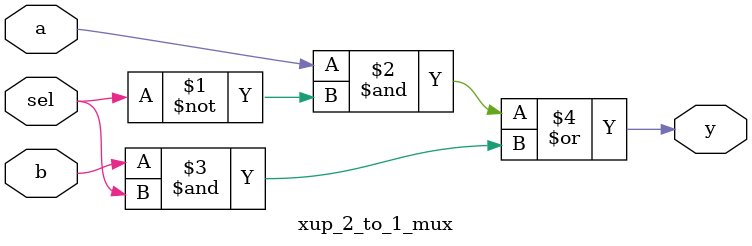
<source format=v>
`timescale 1ns / 1ps
module xup_2_to_1_mux #(parameter DELAY = 3)(
    input wire a,
    input wire b,
    input wire sel,
    output wire y
    );
    
    assign #DELAY y= (a & ~sel) | (b & sel);
        
endmodule

</source>
